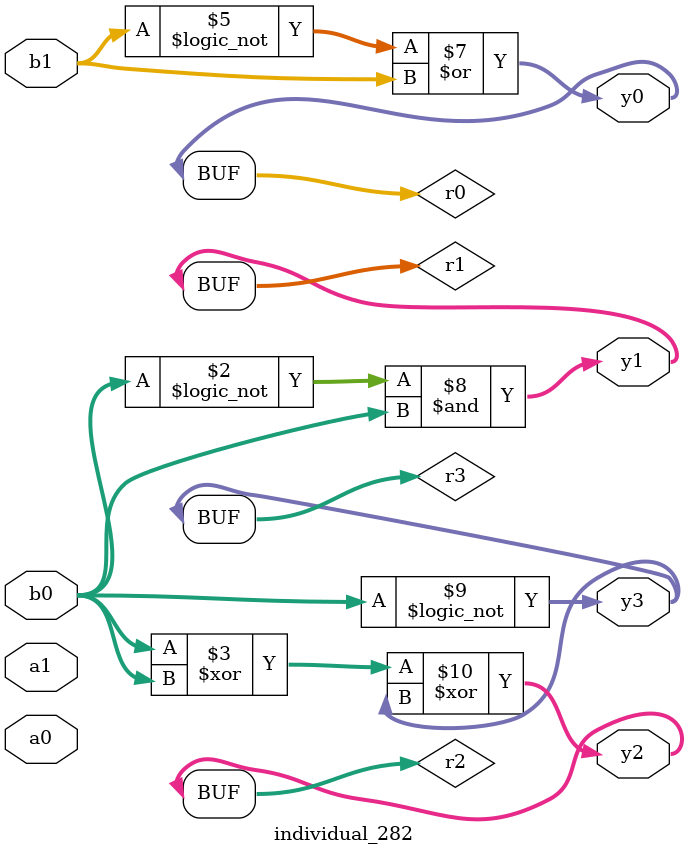
<source format=sv>
module individual_282(input logic [15:0] a1, input logic [15:0] a0, input logic [15:0] b1, input logic [15:0] b0, output logic [15:0] y3, output logic [15:0] y2, output logic [15:0] y1, output logic [15:0] y0);
logic [15:0] r0, r1, r2, r3; 
 always@(*) begin 
	 r0 = a0; r1 = a1; r2 = b0; r3 = b1; 
 	 r1 = ! b0 ;
 	 r2  ^=  b0 ;
 	 r0  ^=  r3 ;
 	 r0 = ! r3 ;
 	 r3  &=  r3 ;
 	 r0  |=  b1 ;
 	 r1  &=  b0 ;
 	 r3 = ! b0 ;
 	 r2  ^=  r3 ;
 	 y3 = r3; y2 = r2; y1 = r1; y0 = r0; 
end
endmodule
</source>
